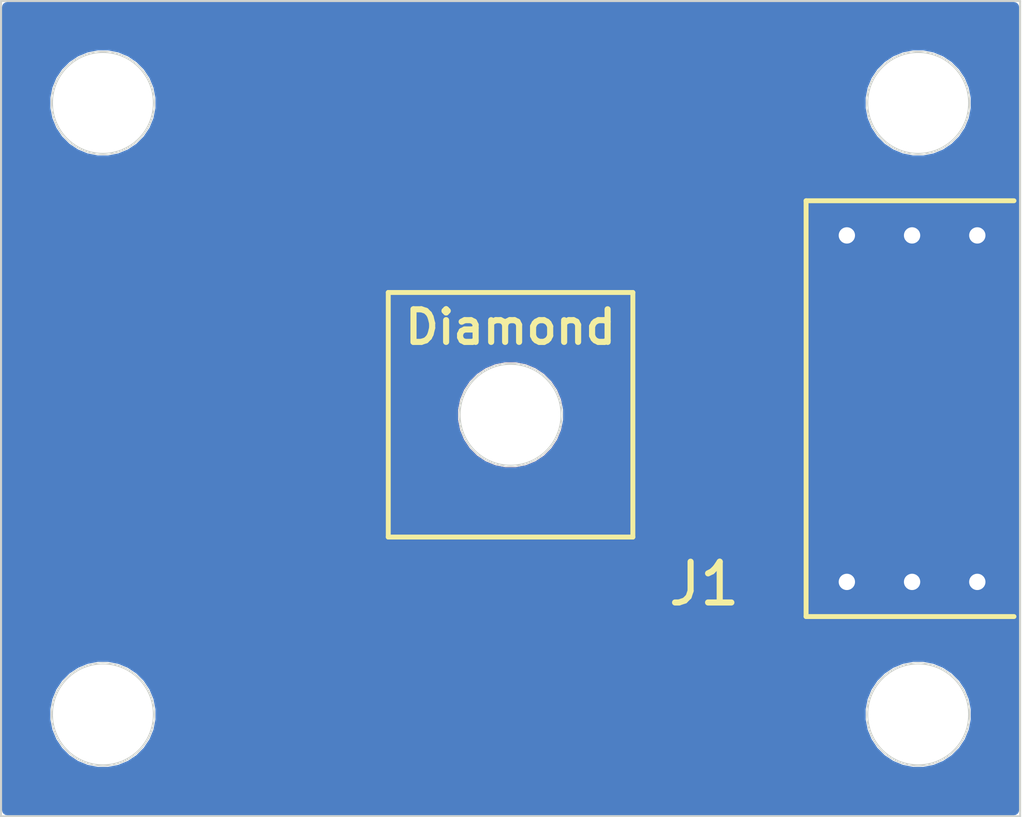
<source format=kicad_pcb>
(kicad_pcb (version 20171130) (host pcbnew "(5.1.6)-1")

  (general
    (thickness 1.6)
    (drawings 14)
    (tracks 7)
    (zones 0)
    (modules 1)
    (nets 3)
  )

  (page A4)
  (layers
    (0 F.Cu signal)
    (31 B.Cu signal)
    (32 B.Adhes user)
    (33 F.Adhes user)
    (34 B.Paste user)
    (35 F.Paste user)
    (36 B.SilkS user)
    (37 F.SilkS user)
    (38 B.Mask user)
    (39 F.Mask user)
    (40 Dwgs.User user)
    (41 Cmts.User user)
    (42 Eco1.User user)
    (43 Eco2.User user)
    (44 Edge.Cuts user)
    (45 Margin user)
    (46 B.CrtYd user)
    (47 F.CrtYd user)
    (48 B.Fab user)
    (49 F.Fab user)
  )

  (setup
    (last_trace_width 0.75)
    (user_trace_width 0.2)
    (user_trace_width 0.5)
    (user_trace_width 0.75)
    (user_trace_width 10)
    (trace_clearance 0.2)
    (zone_clearance 0)
    (zone_45_only no)
    (trace_min 0.2)
    (via_size 0.8)
    (via_drill 0.4)
    (via_min_size 0.4)
    (via_min_drill 0.3)
    (uvia_size 0.3)
    (uvia_drill 0.1)
    (uvias_allowed no)
    (uvia_min_size 0.2)
    (uvia_min_drill 0.1)
    (edge_width 0.05)
    (segment_width 0.2)
    (pcb_text_width 0.3)
    (pcb_text_size 1.5 1.5)
    (mod_edge_width 0.12)
    (mod_text_size 1 1)
    (mod_text_width 0.15)
    (pad_size 5 1.524)
    (pad_drill 0)
    (pad_to_mask_clearance 0.05)
    (aux_axis_origin 0 0)
    (visible_elements 7FFFFFFF)
    (pcbplotparams
      (layerselection 0x010fc_ffffffff)
      (usegerberextensions false)
      (usegerberattributes true)
      (usegerberadvancedattributes true)
      (creategerberjobfile true)
      (excludeedgelayer true)
      (linewidth 0.100000)
      (plotframeref false)
      (viasonmask false)
      (mode 1)
      (useauxorigin false)
      (hpglpennumber 1)
      (hpglpenspeed 20)
      (hpglpendiameter 15.000000)
      (psnegative false)
      (psa4output false)
      (plotreference true)
      (plotvalue true)
      (plotinvisibletext false)
      (padsonsilk false)
      (subtractmaskfromsilk false)
      (outputformat 1)
      (mirror false)
      (drillshape 0)
      (scaleselection 1)
      (outputdirectory "Gerber/"))
  )

  (net 0 "")
  (net 1 GND)
  (net 2 /Antenna)

  (net_class Default "This is the default net class."
    (clearance 0.2)
    (trace_width 0.25)
    (via_dia 0.8)
    (via_drill 0.4)
    (uvia_dia 0.3)
    (uvia_drill 0.1)
    (add_net /Antenna)
    (add_net GND)
  )

  (module DiaSense_Connectors:RF_edge (layer F.Cu) (tedit 605B46C2) (tstamp 605B9FA0)
    (at 180.35 90 180)
    (path /605B3572)
    (fp_text reference J1 (at 7.6 -4.3) (layer F.SilkS)
      (effects (font (size 1 1) (thickness 0.15)))
    )
    (fp_text value Conn_Coaxial (at 6.1 0 90) (layer F.Fab)
      (effects (font (size 1 1) (thickness 0.15)))
    )
    (fp_line (start 0 -5.1) (end 5.1 -5.1) (layer F.SilkS) (width 0.12))
    (fp_line (start 5.1 -5.1) (end 5.1 5.1) (layer F.SilkS) (width 0.12))
    (fp_line (start 5.1 5.1) (end 0 5.1) (layer F.SilkS) (width 0.12))
    (pad 2 smd rect (at 0 4.25 180) (size 5 1.524) (drill (offset 2.5 0)) (layers F.Cu F.Paste F.Mask)
      (net 1 GND))
    (pad 2 smd rect (at 0 -4.25 180) (size 5 1.524) (drill (offset 2.5 0)) (layers F.Cu F.Paste F.Mask)
      (net 1 GND))
    (pad 1 smd rect (at 0 0 180) (size 5 1.524) (drill (offset 2.5 0)) (layers F.Cu F.Paste F.Mask)
      (net 2 /Antenna))
  )

  (gr_text Diamond (at 168 88) (layer F.SilkS)
    (effects (font (size 0.8 0.8) (thickness 0.15)))
  )
  (gr_line (start 165 87.15) (end 171 87.15) (layer F.SilkS) (width 0.12))
  (gr_line (start 171 87.15) (end 171 93.15) (layer F.SilkS) (width 0.12))
  (gr_line (start 165 93.15) (end 171 93.15) (layer F.SilkS) (width 0.12))
  (gr_line (start 165 87.15) (end 165 93.15) (layer F.SilkS) (width 0.12))
  (gr_circle (center 158 82.5) (end 159.25 82.5) (layer Edge.Cuts) (width 0.05) (tstamp 5F7478EE))
  (gr_circle (center 178 82.5) (end 179.25 82.5) (layer Edge.Cuts) (width 0.05) (tstamp 5F7478E8))
  (gr_circle (center 178 97.5) (end 179.25 97.5) (layer Edge.Cuts) (width 0.05) (tstamp 5F7478C8))
  (gr_circle (center 158 97.5) (end 159.25 97.5) (layer Edge.Cuts) (width 0.05))
  (gr_circle (center 168 90.15) (end 169.25 90.15) (layer Edge.Cuts) (width 0.05))
  (gr_line (start 155.5 80) (end 155.5 100) (layer Edge.Cuts) (width 0.05) (tstamp 5F73B343))
  (gr_line (start 155.5 100) (end 180.5 100) (layer Edge.Cuts) (width 0.05))
  (gr_line (start 180.5 80) (end 180.5 100) (layer Edge.Cuts) (width 0.05))
  (gr_line (start 155.5 80) (end 180.5 80) (layer Edge.Cuts) (width 0.05))

  (via (at 177.85 94.25) (size 0.8) (drill 0.4) (layers F.Cu B.Cu) (net 1))
  (via (at 177.85 85.75) (size 0.8) (drill 0.4) (layers F.Cu B.Cu) (net 1))
  (via (at 176.25 85.75) (size 0.8) (drill 0.4) (layers F.Cu B.Cu) (net 1) (tstamp 605BA107))
  (via (at 179.45 85.75) (size 0.8) (drill 0.4) (layers F.Cu B.Cu) (net 1) (tstamp 605BA10A))
  (via (at 179.45 94.25) (size 0.8) (drill 0.4) (layers F.Cu B.Cu) (net 1) (tstamp 605BA197))
  (via (at 176.25 94.25) (size 0.8) (drill 0.4) (layers F.Cu B.Cu) (net 1) (tstamp 605BA19A))
  (segment (start 174.774999 89.625) (end 179.89999 89.625) (width 0.75) (layer F.Cu) (net 2) (tstamp 605BA0AA))

  (zone (net 2) (net_name /Antenna) (layer F.Cu) (tstamp 5F7719BB) (hatch edge 0.508)
    (connect_pads (clearance 0))
    (min_thickness 0.254)
    (fill yes (arc_segments 32) (thermal_gap 0.508) (thermal_bridge_width 0.508))
    (polygon
      (pts
        (xy 170.32 85.01) (xy 170.5 85.03) (xy 170.69 85.05) (xy 170.9 85.08) (xy 171.08 85.12)
        (xy 171.29 85.17) (xy 171.61 85.27) (xy 171.76 85.32) (xy 171.92 85.38) (xy 172.08 85.45)
        (xy 172.3 85.56) (xy 172.58 85.72) (xy 172.73 85.81) (xy 172.88 85.91) (xy 173.22 86.17)
        (xy 173.39 86.32) (xy 173.68 86.61) (xy 173.73 86.67) (xy 173.79 86.74) (xy 173.86 86.82)
        (xy 173.94 86.92) (xy 174.02 87.03) (xy 174.09 87.12) (xy 174.15 87.21) (xy 174.22 87.32)
        (xy 174.29 87.44) (xy 174.35 87.54) (xy 174.42 87.66) (xy 174.49 87.8) (xy 174.55 87.94)
        (xy 174.61 88.06) (xy 174.65 88.19) (xy 174.7 88.3) (xy 174.73 88.39) (xy 174.76 88.49)
        (xy 174.79 88.57) (xy 174.83 88.7) (xy 174.86 88.82) (xy 174.88 88.91) (xy 174.92 89.11)
        (xy 174.92 89.14) (xy 174.94 89.23) (xy 174.96 89.35) (xy 174.98 89.53) (xy 174.99 89.72)
        (xy 175 89.88) (xy 175 90) (xy 169 90) (xy 169 90.3) (xy 175 90.3)
        (xy 174.99 90.32) (xy 174.98 90.43) (xy 174.97 90.52) (xy 174.95 90.71) (xy 174.9 90.98)
        (xy 174.83 91.29) (xy 174.72 91.65) (xy 174.59 91.99) (xy 174.39 92.41) (xy 174.2 92.73)
        (xy 173.95 93.08) (xy 173.68 93.38) (xy 173.39 93.69) (xy 172.95 94.03) (xy 172.68 94.23)
        (xy 172.41 94.39) (xy 172.14 94.52) (xy 171.87 94.64) (xy 171.51 94.77) (xy 171.2 94.86)
        (xy 170.72 94.95) (xy 170.37 95) (xy 169.73 95) (xy 169.36 94.96) (xy 169.05 94.91)
        (xy 168.74 94.84) (xy 168.49 94.77) (xy 168.24 94.68) (xy 168.11 94.63) (xy 167.95 94.56)
        (xy 167.81 94.49) (xy 167.64 94.41) (xy 167.5 94.33) (xy 167.26 94.18) (xy 167.01 94.01)
        (xy 166.69 93.75) (xy 166.48 93.54) (xy 166.3 93.37) (xy 166.14 93.18) (xy 165.99 92.98)
        (xy 165.88 92.85) (xy 165.77 92.67) (xy 165.67 92.5) (xy 165.56 92.31) (xy 165.46 92.1)
        (xy 165.37 91.89) (xy 165.27 91.61) (xy 165.2 91.42) (xy 165.14 91.19) (xy 165.09 90.97)
        (xy 165.05 90.76) (xy 165.02 90.46) (xy 165 90.21) (xy 165 89.78) (xy 165.01 89.63)
        (xy 165.04 89.39) (xy 165.07 89.18) (xy 165.09 89.05) (xy 165.11 88.93) (xy 165.16 88.74)
        (xy 165.24 88.46) (xy 165.29 88.32) (xy 165.33 88.2) (xy 165.38 88.08) (xy 165.43 87.98)
        (xy 165.45 87.93) (xy 165.48 87.86) (xy 165.51 87.8) (xy 165.58 87.67) (xy 165.63 87.57)
        (xy 165.69 87.46) (xy 165.76 87.35) (xy 165.84 87.22) (xy 165.92 87.11) (xy 165.98 87.03)
        (xy 166.12 86.85) (xy 166.22 86.73) (xy 166.31 86.63) (xy 166.49 86.44) (xy 166.58 86.35)
        (xy 166.7 86.24) (xy 166.99 86.01) (xy 167.15 85.89) (xy 167.32 85.78) (xy 167.5 85.67)
        (xy 167.65 85.58) (xy 167.91 85.45) (xy 168.04 85.4) (xy 168.11 85.37) (xy 168.22 85.33)
        (xy 168.34 85.28) (xy 168.48 85.24) (xy 168.74 85.16) (xy 168.84 85.14) (xy 168.97 85.11)
        (xy 169.11 85.08) (xy 169.53 85.02) (xy 169.83 85) (xy 170.13 85)
      )
    )
    (filled_polygon
      (pts
        (xy 170.309637 85.13663) (xy 170.485975 85.156223) (xy 170.486705 85.156302) (xy 170.674349 85.176054) (xy 170.877215 85.205035)
        (xy 171.05155 85.243776) (xy 171.256306 85.292527) (xy 171.570967 85.390859) (xy 171.717607 85.439739) (xy 171.872222 85.49772)
        (xy 172.02612 85.56505) (xy 172.240042 85.672011) (xy 172.515814 85.829595) (xy 172.662079 85.917354) (xy 172.806128 86.013387)
        (xy 173.139313 86.268175) (xy 173.302991 86.412597) (xy 173.586131 86.695737) (xy 173.632436 86.751303) (xy 173.633574 86.752651)
        (xy 173.693574 86.822651) (xy 173.694423 86.82363) (xy 173.762582 86.901526) (xy 173.839005 86.997055) (xy 173.917291 87.104698)
        (xy 173.919752 87.10797) (xy 173.986905 87.19431) (xy 174.043576 87.279316) (xy 174.111532 87.386104) (xy 174.1803 87.503992)
        (xy 174.181098 87.505341) (xy 174.240699 87.604676) (xy 174.308242 87.720464) (xy 174.374739 87.853458) (xy 174.433269 87.990028)
        (xy 174.436408 87.996796) (xy 174.491706 88.107393) (xy 174.528616 88.227349) (xy 174.534383 88.242553) (xy 174.581626 88.346487)
        (xy 174.608911 88.428343) (xy 174.638356 88.526493) (xy 174.641086 88.534593) (xy 174.669743 88.611011) (xy 174.707617 88.734103)
        (xy 174.736384 88.84917) (xy 174.75573 88.936227) (xy 174.793 89.122577) (xy 174.793 89.14) (xy 174.796024 89.16755)
        (xy 174.815287 89.254235) (xy 174.83416 89.367469) (xy 174.85337 89.540363) (xy 174.863176 89.726675) (xy 174.863247 89.727922)
        (xy 174.872314 89.873) (xy 169.387778 89.873) (xy 169.360769 89.737215) (xy 169.254092 89.479674) (xy 169.099221 89.247893)
        (xy 168.902107 89.050779) (xy 168.670326 88.895908) (xy 168.412785 88.789231) (xy 168.13938 88.734847) (xy 167.86062 88.734847)
        (xy 167.587215 88.789231) (xy 167.329674 88.895908) (xy 167.097893 89.050779) (xy 166.900779 89.247893) (xy 166.745908 89.479674)
        (xy 166.639231 89.737215) (xy 166.584847 90.01062) (xy 166.584847 90.28938) (xy 166.639231 90.562785) (xy 166.745908 90.820326)
        (xy 166.900779 91.052107) (xy 167.097893 91.249221) (xy 167.329674 91.404092) (xy 167.587215 91.510769) (xy 167.86062 91.565153)
        (xy 168.13938 91.565153) (xy 168.412785 91.510769) (xy 168.670326 91.404092) (xy 168.902107 91.249221) (xy 169.099221 91.052107)
        (xy 169.254092 90.820326) (xy 169.360769 90.562785) (xy 169.387778 90.427) (xy 174.852552 90.427) (xy 174.843777 90.505975)
        (xy 174.843698 90.506705) (xy 174.824219 90.691758) (xy 174.775573 90.954445) (xy 174.707162 91.257407) (xy 174.599817 91.60872)
        (xy 174.473171 91.939946) (xy 174.277835 92.350153) (xy 174.093535 92.660553) (xy 173.850817 93.000358) (xy 173.586407 93.294146)
        (xy 173.304249 93.595764) (xy 172.87338 93.928708) (xy 172.609644 94.124068) (xy 172.349968 94.27795) (xy 172.086654 94.404731)
        (xy 171.822577 94.522098) (xy 171.470693 94.649168) (xy 171.170526 94.736313) (xy 170.699312 94.824666) (xy 170.360971 94.873)
        (xy 169.736842 94.873) (xy 169.376962 94.834094) (xy 169.074113 94.785247) (xy 168.771121 94.71683) (xy 168.528689 94.648949)
        (xy 168.284301 94.560969) (xy 168.158273 94.512497) (xy 168.00388 94.44495) (xy 167.866796 94.376408) (xy 167.864076 94.375088)
        (xy 167.698639 94.297235) (xy 167.565185 94.220976) (xy 167.329383 94.0736) (xy 167.085881 93.908018) (xy 166.775178 93.655572)
        (xy 166.569803 93.450197) (xy 166.567201 93.447669) (xy 166.392473 93.282648) (xy 166.23945 93.100934) (xy 166.0916 92.9038)
        (xy 166.08695 92.897965) (xy 165.983267 92.775431) (xy 165.878937 92.604709) (xy 165.779656 92.435931) (xy 165.672467 92.250786)
        (xy 165.57574 92.04766) (xy 165.48828 91.843587) (xy 165.389601 91.567285) (xy 165.38917 91.566095) (xy 165.321316 91.38192)
        (xy 165.263399 91.159904) (xy 165.214337 90.944032) (xy 165.17581 90.741768) (xy 165.146496 90.448627) (xy 165.127 90.204922)
        (xy 165.127 89.784233) (xy 165.136476 89.642099) (xy 165.165875 89.406904) (xy 165.195637 89.19857) (xy 165.215399 89.070117)
        (xy 165.23431 88.956652) (xy 165.282468 88.773651) (xy 165.360987 88.498833) (xy 165.409601 88.362715) (xy 165.410483 88.360161)
        (xy 165.449016 88.244562) (xy 165.495551 88.132878) (xy 165.543592 88.036796) (xy 165.547917 88.027167) (xy 165.567355 87.978572)
        (xy 165.595261 87.913458) (xy 165.622723 87.858534) (xy 165.69182 87.730211) (xy 165.693592 87.726796) (xy 165.742573 87.628834)
        (xy 165.799445 87.524569) (xy 165.867145 87.418183) (xy 165.868161 87.41656) (xy 165.945595 87.29073) (xy 166.022149 87.185468)
        (xy 166.080934 87.107088) (xy 166.218939 86.929653) (xy 166.316009 86.813169) (xy 166.403306 86.716172) (xy 166.581008 86.528598)
        (xy 166.667857 86.441749) (xy 166.782478 86.33668) (xy 167.067566 86.110576) (xy 167.222687 85.994235) (xy 167.387607 85.887522)
        (xy 167.565756 85.778653) (xy 167.711166 85.691407) (xy 167.96131 85.566335) (xy 168.08559 85.518535) (xy 168.090028 85.516731)
        (xy 168.156745 85.488138) (xy 168.263401 85.449354) (xy 168.268846 85.447231) (xy 168.382007 85.400081) (xy 168.51489 85.362114)
        (xy 168.517349 85.361384) (xy 168.771206 85.283274) (xy 168.864907 85.264534) (xy 168.868557 85.263748) (xy 168.997599 85.233969)
        (xy 169.132306 85.205103) (xy 169.543226 85.146401) (xy 169.834233 85.127) (xy 170.126669 85.127)
      )
    )
  )
  (zone (net 1) (net_name GND) (layer B.Cu) (tstamp 0) (hatch edge 0.508)
    (connect_pads (clearance 0))
    (min_thickness 0.254)
    (fill yes (arc_segments 32) (thermal_gap 0.508) (thermal_bridge_width 0.508))
    (polygon
      (pts
        (xy 180.5 100) (xy 155.5 100) (xy 155.5 80) (xy 180.5 80)
      )
    )
    (filled_polygon
      (pts
        (xy 180.348001 99.848) (xy 155.652 99.848) (xy 155.652 97.36062) (xy 156.584847 97.36062) (xy 156.584847 97.63938)
        (xy 156.639231 97.912785) (xy 156.745908 98.170326) (xy 156.900779 98.402107) (xy 157.097893 98.599221) (xy 157.329674 98.754092)
        (xy 157.587215 98.860769) (xy 157.86062 98.915153) (xy 158.13938 98.915153) (xy 158.412785 98.860769) (xy 158.670326 98.754092)
        (xy 158.902107 98.599221) (xy 159.099221 98.402107) (xy 159.254092 98.170326) (xy 159.360769 97.912785) (xy 159.415153 97.63938)
        (xy 159.415153 97.36062) (xy 176.584847 97.36062) (xy 176.584847 97.63938) (xy 176.639231 97.912785) (xy 176.745908 98.170326)
        (xy 176.900779 98.402107) (xy 177.097893 98.599221) (xy 177.329674 98.754092) (xy 177.587215 98.860769) (xy 177.86062 98.915153)
        (xy 178.13938 98.915153) (xy 178.412785 98.860769) (xy 178.670326 98.754092) (xy 178.902107 98.599221) (xy 179.099221 98.402107)
        (xy 179.254092 98.170326) (xy 179.360769 97.912785) (xy 179.415153 97.63938) (xy 179.415153 97.36062) (xy 179.360769 97.087215)
        (xy 179.254092 96.829674) (xy 179.099221 96.597893) (xy 178.902107 96.400779) (xy 178.670326 96.245908) (xy 178.412785 96.139231)
        (xy 178.13938 96.084847) (xy 177.86062 96.084847) (xy 177.587215 96.139231) (xy 177.329674 96.245908) (xy 177.097893 96.400779)
        (xy 176.900779 96.597893) (xy 176.745908 96.829674) (xy 176.639231 97.087215) (xy 176.584847 97.36062) (xy 159.415153 97.36062)
        (xy 159.360769 97.087215) (xy 159.254092 96.829674) (xy 159.099221 96.597893) (xy 158.902107 96.400779) (xy 158.670326 96.245908)
        (xy 158.412785 96.139231) (xy 158.13938 96.084847) (xy 157.86062 96.084847) (xy 157.587215 96.139231) (xy 157.329674 96.245908)
        (xy 157.097893 96.400779) (xy 156.900779 96.597893) (xy 156.745908 96.829674) (xy 156.639231 97.087215) (xy 156.584847 97.36062)
        (xy 155.652 97.36062) (xy 155.652 90.01062) (xy 166.584847 90.01062) (xy 166.584847 90.28938) (xy 166.639231 90.562785)
        (xy 166.745908 90.820326) (xy 166.900779 91.052107) (xy 167.097893 91.249221) (xy 167.329674 91.404092) (xy 167.587215 91.510769)
        (xy 167.86062 91.565153) (xy 168.13938 91.565153) (xy 168.412785 91.510769) (xy 168.670326 91.404092) (xy 168.902107 91.249221)
        (xy 169.099221 91.052107) (xy 169.254092 90.820326) (xy 169.360769 90.562785) (xy 169.415153 90.28938) (xy 169.415153 90.01062)
        (xy 169.360769 89.737215) (xy 169.254092 89.479674) (xy 169.099221 89.247893) (xy 168.902107 89.050779) (xy 168.670326 88.895908)
        (xy 168.412785 88.789231) (xy 168.13938 88.734847) (xy 167.86062 88.734847) (xy 167.587215 88.789231) (xy 167.329674 88.895908)
        (xy 167.097893 89.050779) (xy 166.900779 89.247893) (xy 166.745908 89.479674) (xy 166.639231 89.737215) (xy 166.584847 90.01062)
        (xy 155.652 90.01062) (xy 155.652 82.36062) (xy 156.584847 82.36062) (xy 156.584847 82.63938) (xy 156.639231 82.912785)
        (xy 156.745908 83.170326) (xy 156.900779 83.402107) (xy 157.097893 83.599221) (xy 157.329674 83.754092) (xy 157.587215 83.860769)
        (xy 157.86062 83.915153) (xy 158.13938 83.915153) (xy 158.412785 83.860769) (xy 158.670326 83.754092) (xy 158.902107 83.599221)
        (xy 159.099221 83.402107) (xy 159.254092 83.170326) (xy 159.360769 82.912785) (xy 159.415153 82.63938) (xy 159.415153 82.36062)
        (xy 176.584847 82.36062) (xy 176.584847 82.63938) (xy 176.639231 82.912785) (xy 176.745908 83.170326) (xy 176.900779 83.402107)
        (xy 177.097893 83.599221) (xy 177.329674 83.754092) (xy 177.587215 83.860769) (xy 177.86062 83.915153) (xy 178.13938 83.915153)
        (xy 178.412785 83.860769) (xy 178.670326 83.754092) (xy 178.902107 83.599221) (xy 179.099221 83.402107) (xy 179.254092 83.170326)
        (xy 179.360769 82.912785) (xy 179.415153 82.63938) (xy 179.415153 82.36062) (xy 179.360769 82.087215) (xy 179.254092 81.829674)
        (xy 179.099221 81.597893) (xy 178.902107 81.400779) (xy 178.670326 81.245908) (xy 178.412785 81.139231) (xy 178.13938 81.084847)
        (xy 177.86062 81.084847) (xy 177.587215 81.139231) (xy 177.329674 81.245908) (xy 177.097893 81.400779) (xy 176.900779 81.597893)
        (xy 176.745908 81.829674) (xy 176.639231 82.087215) (xy 176.584847 82.36062) (xy 159.415153 82.36062) (xy 159.360769 82.087215)
        (xy 159.254092 81.829674) (xy 159.099221 81.597893) (xy 158.902107 81.400779) (xy 158.670326 81.245908) (xy 158.412785 81.139231)
        (xy 158.13938 81.084847) (xy 157.86062 81.084847) (xy 157.587215 81.139231) (xy 157.329674 81.245908) (xy 157.097893 81.400779)
        (xy 156.900779 81.597893) (xy 156.745908 81.829674) (xy 156.639231 82.087215) (xy 156.584847 82.36062) (xy 155.652 82.36062)
        (xy 155.652 80.152) (xy 180.348 80.152)
      )
    )
  )
)

</source>
